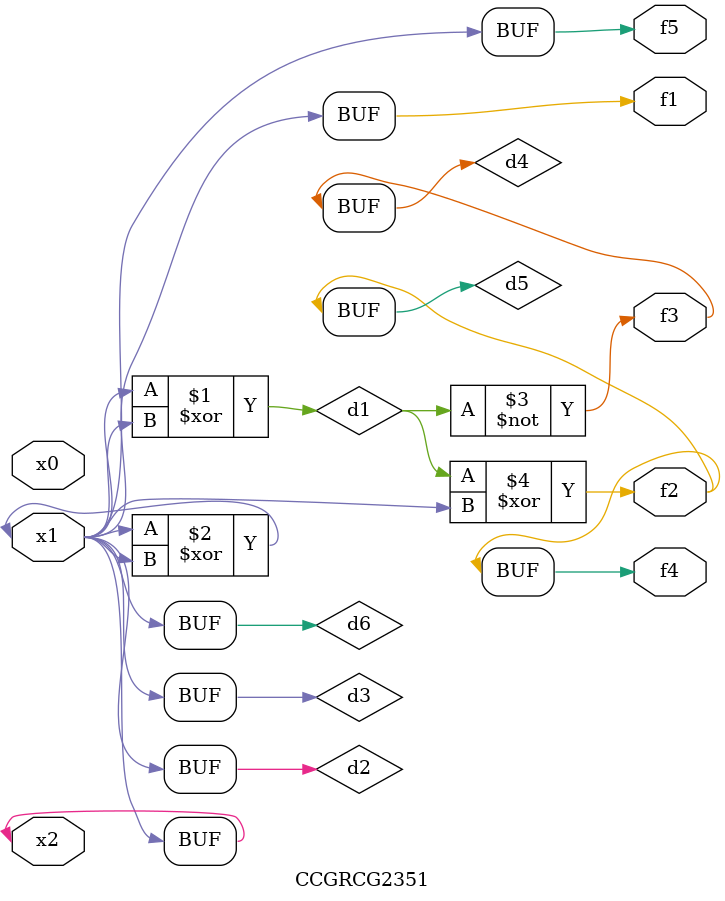
<source format=v>
module CCGRCG2351(
	input x0, x1, x2,
	output f1, f2, f3, f4, f5
);

	wire d1, d2, d3, d4, d5, d6;

	xor (d1, x1, x2);
	buf (d2, x1, x2);
	xor (d3, x1, x2);
	nor (d4, d1);
	xor (d5, d1, d2);
	buf (d6, d2, d3);
	assign f1 = d6;
	assign f2 = d5;
	assign f3 = d4;
	assign f4 = d5;
	assign f5 = d6;
endmodule

</source>
